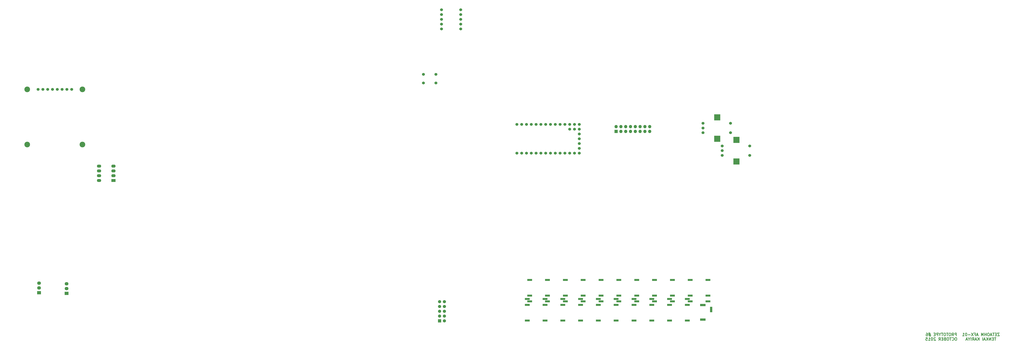
<source format=gbs>
G04 #@! TF.FileFunction,Soldermask,Bot*
%FSLAX46Y46*%
G04 Gerber Fmt 4.6, Leading zero omitted, Abs format (unit mm)*
G04 Created by KiCad (PCBNEW (2015-10-14 BZR 6269)-product) date Tuesday, October 20, 2015 'PMt' 02:20:26 PM*
%MOMM*%
G01*
G04 APERTURE LIST*
%ADD10C,0.100000*%
%ADD11C,0.300000*%
%ADD12R,2.500000X1.000000*%
%ADD13C,1.524000*%
%ADD14R,3.200000X3.200000*%
%ADD15R,2.286000X1.574800*%
%ADD16O,2.286000X1.574800*%
%ADD17C,1.676400*%
%ADD18R,1.676400X1.676400*%
%ADD19C,3.000000*%
%ADD20R,2.032000X1.727200*%
%ADD21O,2.032000X1.727200*%
%ADD22R,1.250000X3.000000*%
%ADD23R,3.000000X1.250000*%
%ADD24R,1.727200X1.727200*%
%ADD25O,1.727200X1.727200*%
G04 APERTURE END LIST*
D10*
D11*
X258154285Y-160633049D02*
X258154285Y-159133049D01*
X257582857Y-159133049D01*
X257439999Y-159204478D01*
X257368571Y-159275907D01*
X257297142Y-159418764D01*
X257297142Y-159633049D01*
X257368571Y-159775907D01*
X257439999Y-159847335D01*
X257582857Y-159918764D01*
X258154285Y-159918764D01*
X255797142Y-160633049D02*
X256297142Y-159918764D01*
X256654285Y-160633049D02*
X256654285Y-159133049D01*
X256082857Y-159133049D01*
X255939999Y-159204478D01*
X255868571Y-159275907D01*
X255797142Y-159418764D01*
X255797142Y-159633049D01*
X255868571Y-159775907D01*
X255939999Y-159847335D01*
X256082857Y-159918764D01*
X256654285Y-159918764D01*
X254868571Y-159133049D02*
X254582857Y-159133049D01*
X254439999Y-159204478D01*
X254297142Y-159347335D01*
X254225714Y-159633049D01*
X254225714Y-160133049D01*
X254297142Y-160418764D01*
X254439999Y-160561621D01*
X254582857Y-160633049D01*
X254868571Y-160633049D01*
X255011428Y-160561621D01*
X255154285Y-160418764D01*
X255225714Y-160133049D01*
X255225714Y-159633049D01*
X255154285Y-159347335D01*
X255011428Y-159204478D01*
X254868571Y-159133049D01*
X253797142Y-159133049D02*
X252939999Y-159133049D01*
X253368570Y-160633049D02*
X253368570Y-159133049D01*
X252154285Y-159133049D02*
X251868571Y-159133049D01*
X251725713Y-159204478D01*
X251582856Y-159347335D01*
X251511428Y-159633049D01*
X251511428Y-160133049D01*
X251582856Y-160418764D01*
X251725713Y-160561621D01*
X251868571Y-160633049D01*
X252154285Y-160633049D01*
X252297142Y-160561621D01*
X252439999Y-160418764D01*
X252511428Y-160133049D01*
X252511428Y-159633049D01*
X252439999Y-159347335D01*
X252297142Y-159204478D01*
X252154285Y-159133049D01*
X251082856Y-159133049D02*
X250225713Y-159133049D01*
X250654284Y-160633049D02*
X250654284Y-159133049D01*
X249439999Y-159918764D02*
X249439999Y-160633049D01*
X249939999Y-159133049D02*
X249439999Y-159918764D01*
X248939999Y-159133049D01*
X248439999Y-160633049D02*
X248439999Y-159133049D01*
X247868571Y-159133049D01*
X247725713Y-159204478D01*
X247654285Y-159275907D01*
X247582856Y-159418764D01*
X247582856Y-159633049D01*
X247654285Y-159775907D01*
X247725713Y-159847335D01*
X247868571Y-159918764D01*
X248439999Y-159918764D01*
X246939999Y-159847335D02*
X246439999Y-159847335D01*
X246225713Y-160633049D02*
X246939999Y-160633049D01*
X246939999Y-159133049D01*
X246225713Y-159133049D01*
X244511428Y-159633049D02*
X243439999Y-159633049D01*
X244082856Y-158990192D02*
X244511428Y-160918764D01*
X243582856Y-160275907D02*
X244654285Y-160275907D01*
X244011428Y-160918764D02*
X243582856Y-158990192D01*
X242297142Y-159133049D02*
X242582856Y-159133049D01*
X242725713Y-159204478D01*
X242797142Y-159275907D01*
X242939999Y-159490192D01*
X243011428Y-159775907D01*
X243011428Y-160347335D01*
X242939999Y-160490192D01*
X242868571Y-160561621D01*
X242725713Y-160633049D01*
X242439999Y-160633049D01*
X242297142Y-160561621D01*
X242225713Y-160490192D01*
X242154285Y-160347335D01*
X242154285Y-159990192D01*
X242225713Y-159847335D01*
X242297142Y-159775907D01*
X242439999Y-159704478D01*
X242725713Y-159704478D01*
X242868571Y-159775907D01*
X242939999Y-159847335D01*
X243011428Y-159990192D01*
X258047142Y-161533049D02*
X257761428Y-161533049D01*
X257618570Y-161604478D01*
X257475713Y-161747335D01*
X257404285Y-162033049D01*
X257404285Y-162533049D01*
X257475713Y-162818764D01*
X257618570Y-162961621D01*
X257761428Y-163033049D01*
X258047142Y-163033049D01*
X258189999Y-162961621D01*
X258332856Y-162818764D01*
X258404285Y-162533049D01*
X258404285Y-162033049D01*
X258332856Y-161747335D01*
X258189999Y-161604478D01*
X258047142Y-161533049D01*
X255904284Y-162890192D02*
X255975713Y-162961621D01*
X256189999Y-163033049D01*
X256332856Y-163033049D01*
X256547141Y-162961621D01*
X256689999Y-162818764D01*
X256761427Y-162675907D01*
X256832856Y-162390192D01*
X256832856Y-162175907D01*
X256761427Y-161890192D01*
X256689999Y-161747335D01*
X256547141Y-161604478D01*
X256332856Y-161533049D01*
X256189999Y-161533049D01*
X255975713Y-161604478D01*
X255904284Y-161675907D01*
X255475713Y-161533049D02*
X254618570Y-161533049D01*
X255047141Y-163033049D02*
X255047141Y-161533049D01*
X253832856Y-161533049D02*
X253547142Y-161533049D01*
X253404284Y-161604478D01*
X253261427Y-161747335D01*
X253189999Y-162033049D01*
X253189999Y-162533049D01*
X253261427Y-162818764D01*
X253404284Y-162961621D01*
X253547142Y-163033049D01*
X253832856Y-163033049D01*
X253975713Y-162961621D01*
X254118570Y-162818764D01*
X254189999Y-162533049D01*
X254189999Y-162033049D01*
X254118570Y-161747335D01*
X253975713Y-161604478D01*
X253832856Y-161533049D01*
X252047141Y-162247335D02*
X251832855Y-162318764D01*
X251761427Y-162390192D01*
X251689998Y-162533049D01*
X251689998Y-162747335D01*
X251761427Y-162890192D01*
X251832855Y-162961621D01*
X251975713Y-163033049D01*
X252547141Y-163033049D01*
X252547141Y-161533049D01*
X252047141Y-161533049D01*
X251904284Y-161604478D01*
X251832855Y-161675907D01*
X251761427Y-161818764D01*
X251761427Y-161961621D01*
X251832855Y-162104478D01*
X251904284Y-162175907D01*
X252047141Y-162247335D01*
X252547141Y-162247335D01*
X251047141Y-162247335D02*
X250547141Y-162247335D01*
X250332855Y-163033049D02*
X251047141Y-163033049D01*
X251047141Y-161533049D01*
X250332855Y-161533049D01*
X248832855Y-163033049D02*
X249332855Y-162318764D01*
X249689998Y-163033049D02*
X249689998Y-161533049D01*
X249118570Y-161533049D01*
X248975712Y-161604478D01*
X248904284Y-161675907D01*
X248832855Y-161818764D01*
X248832855Y-162033049D01*
X248904284Y-162175907D01*
X248975712Y-162247335D01*
X249118570Y-162318764D01*
X249689998Y-162318764D01*
X247118570Y-161675907D02*
X247047141Y-161604478D01*
X246904284Y-161533049D01*
X246547141Y-161533049D01*
X246404284Y-161604478D01*
X246332855Y-161675907D01*
X246261427Y-161818764D01*
X246261427Y-161961621D01*
X246332855Y-162175907D01*
X247189998Y-163033049D01*
X246261427Y-163033049D01*
X245332856Y-161533049D02*
X245189999Y-161533049D01*
X245047142Y-161604478D01*
X244975713Y-161675907D01*
X244904284Y-161818764D01*
X244832856Y-162104478D01*
X244832856Y-162461621D01*
X244904284Y-162747335D01*
X244975713Y-162890192D01*
X245047142Y-162961621D01*
X245189999Y-163033049D01*
X245332856Y-163033049D01*
X245475713Y-162961621D01*
X245547142Y-162890192D01*
X245618570Y-162747335D01*
X245689999Y-162461621D01*
X245689999Y-162104478D01*
X245618570Y-161818764D01*
X245547142Y-161675907D01*
X245475713Y-161604478D01*
X245332856Y-161533049D01*
X243404285Y-163033049D02*
X244261428Y-163033049D01*
X243832856Y-163033049D02*
X243832856Y-161533049D01*
X243975713Y-161747335D01*
X244118571Y-161890192D01*
X244261428Y-161961621D01*
X242047142Y-161533049D02*
X242761428Y-161533049D01*
X242832857Y-162247335D01*
X242761428Y-162175907D01*
X242618571Y-162104478D01*
X242261428Y-162104478D01*
X242118571Y-162175907D01*
X242047142Y-162247335D01*
X241975714Y-162390192D01*
X241975714Y-162747335D01*
X242047142Y-162890192D01*
X242118571Y-162961621D01*
X242261428Y-163033049D01*
X242618571Y-163033049D01*
X242761428Y-162961621D01*
X242832857Y-162890192D01*
X280894999Y-159133049D02*
X279894999Y-159133049D01*
X280894999Y-160633049D01*
X279894999Y-160633049D01*
X279323571Y-159847335D02*
X278823571Y-159847335D01*
X278609285Y-160633049D02*
X279323571Y-160633049D01*
X279323571Y-159133049D01*
X278609285Y-159133049D01*
X278180714Y-159133049D02*
X277323571Y-159133049D01*
X277752142Y-160633049D02*
X277752142Y-159133049D01*
X276895000Y-160204478D02*
X276180714Y-160204478D01*
X277037857Y-160633049D02*
X276537857Y-159133049D01*
X276037857Y-160633049D01*
X275252143Y-159133049D02*
X274966429Y-159133049D01*
X274823571Y-159204478D01*
X274680714Y-159347335D01*
X274609286Y-159633049D01*
X274609286Y-160133049D01*
X274680714Y-160418764D01*
X274823571Y-160561621D01*
X274966429Y-160633049D01*
X275252143Y-160633049D01*
X275395000Y-160561621D01*
X275537857Y-160418764D01*
X275609286Y-160133049D01*
X275609286Y-159633049D01*
X275537857Y-159347335D01*
X275395000Y-159204478D01*
X275252143Y-159133049D01*
X273966428Y-160633049D02*
X273966428Y-159133049D01*
X273966428Y-159847335D02*
X273109285Y-159847335D01*
X273109285Y-160633049D02*
X273109285Y-159133049D01*
X272394999Y-160633049D02*
X272394999Y-159133049D01*
X271894999Y-160204478D01*
X271394999Y-159133049D01*
X271394999Y-160633049D01*
X269609285Y-160204478D02*
X268894999Y-160204478D01*
X269752142Y-160633049D02*
X269252142Y-159133049D01*
X268752142Y-160633049D01*
X267752142Y-159847335D02*
X268252142Y-159847335D01*
X268252142Y-160633049D02*
X268252142Y-159133049D01*
X267537856Y-159133049D01*
X267109285Y-159133049D02*
X266109285Y-160633049D01*
X266109285Y-159133049D02*
X267109285Y-160633049D01*
X265537857Y-160061621D02*
X264395000Y-160061621D01*
X263395000Y-159133049D02*
X263252143Y-159133049D01*
X263109286Y-159204478D01*
X263037857Y-159275907D01*
X262966428Y-159418764D01*
X262895000Y-159704478D01*
X262895000Y-160061621D01*
X262966428Y-160347335D01*
X263037857Y-160490192D01*
X263109286Y-160561621D01*
X263252143Y-160633049D01*
X263395000Y-160633049D01*
X263537857Y-160561621D01*
X263609286Y-160490192D01*
X263680714Y-160347335D01*
X263752143Y-160061621D01*
X263752143Y-159704478D01*
X263680714Y-159418764D01*
X263609286Y-159275907D01*
X263537857Y-159204478D01*
X263395000Y-159133049D01*
X261466429Y-160633049D02*
X262323572Y-160633049D01*
X261895000Y-160633049D02*
X261895000Y-159133049D01*
X262037857Y-159347335D01*
X262180715Y-159490192D01*
X262323572Y-159561621D01*
X279145000Y-161533049D02*
X278287857Y-161533049D01*
X278716428Y-163033049D02*
X278716428Y-161533049D01*
X277787857Y-162247335D02*
X277287857Y-162247335D01*
X277073571Y-163033049D02*
X277787857Y-163033049D01*
X277787857Y-161533049D01*
X277073571Y-161533049D01*
X276430714Y-163033049D02*
X276430714Y-161533049D01*
X275573571Y-163033049D01*
X275573571Y-161533049D01*
X274859285Y-163033049D02*
X274859285Y-161533049D01*
X274002142Y-163033049D02*
X274644999Y-162175907D01*
X274002142Y-161533049D02*
X274859285Y-162390192D01*
X273430714Y-162604478D02*
X272716428Y-162604478D01*
X273573571Y-163033049D02*
X273073571Y-161533049D01*
X272573571Y-163033049D01*
X272073571Y-163033049D02*
X272073571Y-161533049D01*
X270216428Y-163033049D02*
X270216428Y-161533049D01*
X269359285Y-163033049D02*
X270002142Y-162175907D01*
X269359285Y-161533049D02*
X270216428Y-162390192D01*
X268787857Y-162604478D02*
X268073571Y-162604478D01*
X268930714Y-163033049D02*
X268430714Y-161533049D01*
X267930714Y-163033049D01*
X266573571Y-163033049D02*
X267073571Y-162318764D01*
X267430714Y-163033049D02*
X267430714Y-161533049D01*
X266859286Y-161533049D01*
X266716428Y-161604478D01*
X266645000Y-161675907D01*
X266573571Y-161818764D01*
X266573571Y-162033049D01*
X266645000Y-162175907D01*
X266716428Y-162247335D01*
X266859286Y-162318764D01*
X267430714Y-162318764D01*
X265930714Y-163033049D02*
X265930714Y-161533049D01*
X264930714Y-162318764D02*
X264930714Y-163033049D01*
X265430714Y-161533049D02*
X264930714Y-162318764D01*
X264430714Y-161533049D01*
X264002143Y-162604478D02*
X263287857Y-162604478D01*
X264145000Y-163033049D02*
X263645000Y-161533049D01*
X263145000Y-163033049D01*
D12*
X126746000Y-130970000D03*
X126746000Y-139270000D03*
X126746000Y-142370000D03*
D13*
X134295927Y-60052305D03*
X134295927Y-62552305D03*
X134295927Y-65052305D03*
X148795927Y-65052305D03*
X148795927Y-60052305D03*
D14*
X141795927Y-56852305D03*
X141795927Y-68252305D03*
D15*
X-187833000Y-78359000D03*
D16*
X-187833000Y-75819000D03*
X-187833000Y-73279000D03*
X-187833000Y-70739000D03*
X-195453000Y-70739000D03*
X-195453000Y-73279000D03*
X-195453000Y-75819000D03*
X-195453000Y-78359000D03*
D17*
X-12700000Y-142494000D03*
X-15240000Y-142494000D03*
X-15240000Y-145034000D03*
X-12700000Y-145034000D03*
X-12700000Y-147574000D03*
X-15240000Y-147574000D03*
X-15240000Y-150114000D03*
X-12700000Y-150114000D03*
X-12700000Y-152654000D03*
D18*
X-15240000Y-152654000D03*
D13*
X-4064000Y12065000D03*
X-4064000Y9525000D03*
X-4064000Y6985000D03*
X-4064000Y4445000D03*
X-4064000Y1905000D03*
X-14224000Y1905000D03*
X-14224000Y12065000D03*
X-14224000Y9525000D03*
X-14224000Y6985000D03*
X-14224000Y4445000D03*
D19*
X-233426000Y-59309000D03*
X-204216000Y-59309000D03*
D13*
X-227711000Y-30099000D03*
X-225171000Y-30099000D03*
X-209931000Y-30099000D03*
X-212471000Y-30099000D03*
X-215011000Y-30099000D03*
X-217551000Y-30099000D03*
X-220091000Y-30099000D03*
X-222631000Y-30099000D03*
D19*
X-233426000Y-30099000D03*
X-233426000Y-30099000D03*
D13*
X-222631000Y-30099000D03*
X-220091000Y-30099000D03*
X-217551000Y-30099000D03*
X-215011000Y-30099000D03*
X-212471000Y-30099000D03*
X-209931000Y-30099000D03*
X-225171000Y-30099000D03*
X-227711000Y-30099000D03*
D19*
X-204216000Y-30099000D03*
D13*
X124146144Y-48063638D03*
X124146144Y-50563638D03*
X124146144Y-53063638D03*
X138646144Y-53063638D03*
X138646144Y-48063638D03*
D14*
X131646144Y-44863638D03*
X131646144Y-56263638D03*
D12*
X106411888Y-152494000D03*
X106411888Y-144194000D03*
X106411888Y-141094000D03*
X68763444Y-152494000D03*
X68763444Y-144194000D03*
X68763444Y-141094000D03*
X96999777Y-152494000D03*
X96999777Y-144194000D03*
X96999777Y-141094000D03*
X78175555Y-152494000D03*
X78175555Y-144194000D03*
X78175555Y-141094000D03*
X70146328Y-130970000D03*
X70146328Y-139270000D03*
X70146328Y-142370000D03*
X79586660Y-130970000D03*
X79586660Y-139270000D03*
X79586660Y-142370000D03*
X98467324Y-130970000D03*
X98467324Y-139270000D03*
X98467324Y-142370000D03*
D20*
X-227203000Y-137795000D03*
D21*
X-227203000Y-135255000D03*
X-227203000Y-132715000D03*
D20*
X-212595953Y-138134001D03*
D21*
X-212595953Y-135594001D03*
X-212595953Y-133054001D03*
D12*
X107907656Y-130970000D03*
X107907656Y-139270000D03*
X107907656Y-142370000D03*
D13*
X30734000Y-63881000D03*
X33274000Y-63881000D03*
X35814000Y-63881000D03*
X38354000Y-63881000D03*
X40894000Y-63881000D03*
X43434000Y-63881000D03*
X45974000Y-63881000D03*
X48514000Y-63881000D03*
X51054000Y-63881000D03*
X53594000Y-63881000D03*
X56134000Y-63881000D03*
X58674000Y-63881000D03*
X58674000Y-48641000D03*
X56134000Y-48641000D03*
X53594000Y-48641000D03*
X51054000Y-48641000D03*
X48514000Y-48641000D03*
X45974000Y-48641000D03*
X43434000Y-48641000D03*
X40894000Y-48641000D03*
X38354000Y-48641000D03*
X35814000Y-48641000D03*
X33274000Y-48641000D03*
X56134000Y-51181000D03*
X53594000Y-51181000D03*
X58674000Y-51181000D03*
X58674000Y-53721000D03*
X25654000Y-63881000D03*
X58674000Y-58801000D03*
X58674000Y-61341000D03*
X25654000Y-48641000D03*
X28194000Y-48641000D03*
X30734000Y-48641000D03*
X58674000Y-56261000D03*
X28194000Y-63881000D03*
D22*
X128468000Y-146674000D03*
D23*
X124068000Y-151974000D03*
X124068000Y-144274000D03*
D24*
X78105000Y-52324000D03*
D25*
X78105000Y-49784000D03*
X80645000Y-52324000D03*
X80645000Y-49784000D03*
X83185000Y-52324000D03*
X83185000Y-49784000D03*
X85725000Y-52324000D03*
X85725000Y-49784000D03*
X88265000Y-52324000D03*
X88265000Y-49784000D03*
X90805000Y-52324000D03*
X90805000Y-49784000D03*
X93345000Y-52324000D03*
X93345000Y-49784000D03*
X95885000Y-52324000D03*
X95885000Y-49784000D03*
D12*
X31115000Y-152494000D03*
X31115000Y-144194000D03*
X31115000Y-141094000D03*
X32385000Y-130970000D03*
X32385000Y-139270000D03*
X32385000Y-142370000D03*
X41825332Y-130970000D03*
X41825332Y-139270000D03*
X41825332Y-142370000D03*
X40527111Y-152494000D03*
X40527111Y-144194000D03*
X40527111Y-141094000D03*
X51265664Y-130970000D03*
X51265664Y-139270000D03*
X51265664Y-142370000D03*
X60705996Y-130970000D03*
X60705996Y-139270000D03*
X60705996Y-142370000D03*
X49939222Y-152494000D03*
X49939222Y-144194000D03*
X49939222Y-141094000D03*
X59351333Y-152494000D03*
X59351333Y-144194000D03*
X59351333Y-141094000D03*
X89026992Y-130970000D03*
X89026992Y-139270000D03*
X89026992Y-142370000D03*
X87587666Y-152494000D03*
X87587666Y-144194000D03*
X87587666Y-141094000D03*
X117347988Y-130970000D03*
X117347988Y-139270000D03*
X117347988Y-142370000D03*
X115823999Y-152494000D03*
X115823999Y-144194000D03*
X115823999Y-141094000D03*
D13*
X-17208500Y-22115001D03*
X-23812500Y-22115001D03*
X-23812500Y-26687001D03*
X-17208500Y-26687001D03*
X-17208500Y-22115001D03*
X-23812500Y-22115001D03*
X-23812500Y-26687001D03*
X-17208500Y-26687001D03*
X-17208500Y-22115001D03*
X-23812500Y-22115001D03*
X-23812500Y-26687001D03*
X-17208500Y-26687001D03*
X-17208500Y-22115001D03*
X-23812500Y-22115001D03*
X-23812500Y-26687001D03*
X-17208500Y-26687001D03*
X-17208500Y-22115001D03*
X-23812500Y-22115001D03*
X-23812500Y-26687001D03*
X-17208500Y-26687001D03*
X-17208500Y-22115001D03*
X-23812500Y-22115001D03*
X-23812500Y-26687001D03*
X-17208500Y-26687001D03*
X-17208500Y-22115001D03*
X-23812500Y-22115001D03*
X-23812500Y-26687001D03*
X-17208500Y-26687001D03*
X-17208500Y-22115001D03*
X-23812500Y-22115001D03*
X-23812500Y-26687001D03*
X-17208500Y-26687001D03*
X-17208500Y-22115001D03*
X-23812500Y-22115001D03*
X-23812500Y-26687001D03*
X-17208500Y-26687001D03*
X-17208500Y-22115001D03*
X-23812500Y-22115001D03*
X-23812500Y-26687001D03*
X-17208500Y-26687001D03*
X-17208500Y-22115001D03*
X-23812500Y-22115001D03*
X-23812500Y-26687001D03*
X-17208500Y-26687001D03*
X-17208500Y-22115001D03*
X-23812500Y-22115001D03*
X-23812500Y-26687001D03*
X-17208500Y-26687001D03*
X-17208500Y-22115001D03*
X-23812500Y-22115001D03*
X-23812500Y-26687001D03*
X-17208500Y-26687001D03*
X-17208500Y-22115001D03*
X-23812500Y-22115001D03*
X-23812500Y-26687001D03*
X-17208500Y-26687001D03*
X-17208500Y-22115001D03*
X-23812500Y-22115001D03*
X-23812500Y-26687001D03*
X-17208500Y-26687001D03*
X-17208500Y-22115001D03*
X-23812500Y-22115001D03*
X-23812500Y-26687001D03*
X-17208500Y-26687001D03*
X-17208500Y-22115001D03*
X-23812500Y-22115001D03*
X-23812500Y-26687001D03*
X-17208500Y-26687001D03*
X-17208500Y-22115001D03*
X-23812500Y-22115001D03*
X-23812500Y-26687001D03*
X-17208500Y-26687001D03*
X-17208500Y-22115001D03*
X-23812500Y-22115001D03*
X-23812500Y-26687001D03*
X-17208500Y-26687001D03*
X-17208500Y-22115001D03*
X-23812500Y-22115001D03*
X-23812500Y-26687001D03*
X-17208500Y-26687001D03*
X-17208500Y-22115001D03*
X-23812500Y-22115001D03*
X-23812500Y-26687001D03*
X-17208500Y-26687001D03*
X-17208500Y-22115001D03*
X-23812500Y-22115001D03*
X-23812500Y-26687001D03*
X-17208500Y-26687001D03*
X-17208500Y-22115001D03*
X-23812500Y-22115001D03*
X-23812500Y-26687001D03*
X-17208500Y-26687001D03*
X-17208500Y-22115001D03*
X-23812500Y-22115001D03*
X-23812500Y-26687001D03*
X-17208500Y-26687001D03*
X-17208500Y-22115001D03*
X-23812500Y-22115001D03*
X-23812500Y-26687001D03*
X-17208500Y-26687001D03*
M02*

</source>
